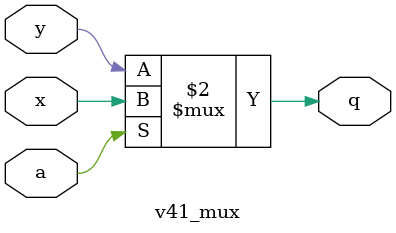
<source format=v>
module v41_mux(x,y,a,q);
input x,y,a;
output q;
assign q = a == 0 ? y :x;
endmodule
</source>
